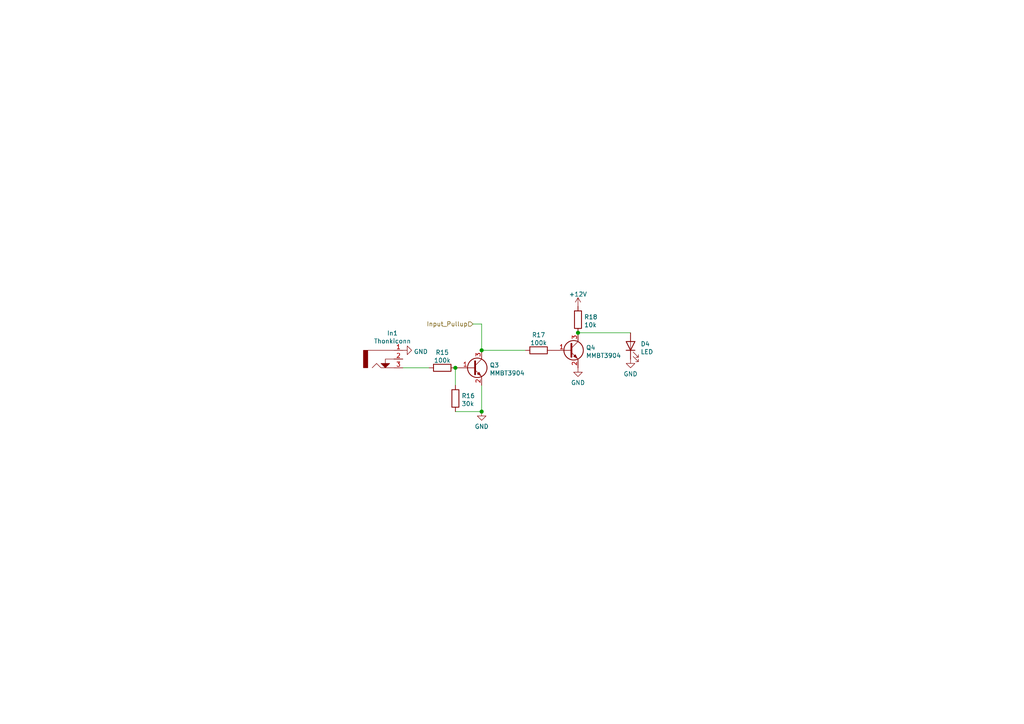
<source format=kicad_sch>
(kicad_sch (version 20210126) (generator eeschema)
  (paper "A4")
  (lib_symbols
    (symbol "Device:LED" (pin_numbers hide) (pin_names (offset 1.016) hide)
      (property "Reference" "D" (at 0 2.54 0))
      (property "Value" "LED" (at 0 -2.54 0))
      (symbol "LED_0_1"
        (polyline (pts (xy -1.27 -1.27) (xy -1.27 1.27)) (stroke (width 0.254)))
        (polyline (pts (xy -1.27 0) (xy 1.27 0)))
        (polyline (pts (xy 1.27 -1.27) (xy 1.27 1.27) (xy -1.27 0) (xy 1.27 -1.27)) (stroke (width 0.254)))
        (polyline (pts (xy -3.048 -0.762) (xy -4.572 -2.286) (xy -3.81 -2.286) (xy -4.572 -2.286) (xy -4.572 -1.524)))
        (polyline (pts (xy -1.778 -0.762) (xy -3.302 -2.286) (xy -2.54 -2.286) (xy -3.302 -2.286) (xy -3.302 -1.524)))
      )
      (symbol "LED_1_1"
        (pin passive line (at -3.81 0 0) (length 2.54) (name "K") (number "1"))
        (pin passive line (at 3.81 0 180) (length 2.54) (name "A") (number "2"))
      )
    )
    (symbol "Device:R" (pin_numbers hide) (pin_names (offset 0))
      (property "Reference" "R" (at 2.032 0 90))
      (property "Value" "R" (at 0 0 90))
      (symbol "R_0_1"
        (rectangle (start -1.016 -2.54) (end 1.016 2.54) (stroke (width 0.254)))
      )
      (symbol "R_1_1"
        (pin passive line (at 0 3.81 270) (length 1.27) (name "~") (number "1"))
        (pin passive line (at 0 -3.81 90) (length 1.27) (name "~") (number "2"))
      )
    )
    (symbol "Transistor_BJT:MMBT3904" (pin_names (offset 0) hide)
      (property "Reference" "Q" (at 5.08 1.905 0))
      (property "Value" "MMBT3904" (at 5.08 0 0))
      (symbol "MMBT3904_0_1"
        (circle (center 1.27 0) (radius 2.8194) (stroke (width 0.254)))
        (polyline (pts (xy 0.635 0.635) (xy 2.54 2.54)))
        (polyline (pts (xy 0.635 -0.635) (xy 2.54 -2.54) (xy 2.54 -2.54)))
        (polyline (pts (xy 0.635 1.905) (xy 0.635 -1.905) (xy 0.635 -1.905)) (stroke (width 0.508)))
        (polyline (pts (xy 1.27 -1.778) (xy 1.778 -1.27) (xy 2.286 -2.286) (xy 1.27 -1.778) (xy 1.27 -1.778)) (fill (type outline)))
      )
      (symbol "MMBT3904_1_1"
        (pin input line (at -5.08 0 0) (length 5.715) (name "B") (number "1"))
        (pin passive line (at 2.54 -5.08 90) (length 2.54) (name "E") (number "2"))
        (pin passive line (at 2.54 5.08 270) (length 2.54) (name "C") (number "3"))
      )
    )
    (symbol "nathans_symbols:Thonkiconn"
      (property "Reference" "U" (at -2.54 7.62 0))
      (property "Value" "Thonkiconn" (at -2.54 5.08 0))
      (symbol "Thonkiconn_0_1"
        (rectangle (start -11.43 2.54) (end -10.16 -2.54) (stroke (width 0.1524)) (fill (type outline)))
        (polyline (pts (xy -2.54 2.54) (xy -10.16 2.54)) (stroke (width 0.1524)))
        (polyline (pts (xy -2.54 0) (xy -5.08 0) (xy -5.08 -2.54)) (stroke (width 0.1524)))
        (polyline (pts (xy -2.54 -2.54) (xy -6.35 -2.54) (xy -7.62 -1.27) (xy -8.89 -2.54)) (stroke (width 0.1524)))
        (polyline (pts (xy -5.08 -2.54) (xy -6.35 -1.27) (xy -3.81 -1.27) (xy -5.08 -2.54)) (stroke (width 0.1524)) (fill (type outline)))
      )
      (symbol "Thonkiconn_1_1"
        (pin passive line (at 0 2.54 180) (length 2.54) (name "") (number "1"))
        (pin passive line (at 0 0 180) (length 2.54) (name "") (number "2"))
        (pin passive line (at 0 -2.54 180) (length 2.54) (name "") (number "3"))
      )
    )
    (symbol "power:+12V" (power) (pin_names (offset 0))
      (property "Value" "+12V" (at 0 3.556 0))
      (symbol "+12V_0_1"
        (polyline (pts (xy -0.762 1.27) (xy 0 2.54)))
        (polyline (pts (xy 0 0) (xy 0 2.54)))
        (polyline (pts (xy 0 2.54) (xy 0.762 1.27)))
      )
      (symbol "+12V_1_1"
        (pin power_in line (at 0 0 90) (length 0) hide (name "+12V") (number "1"))
      )
    )
    (symbol "power:GND" (power) (pin_names (offset 0))
      (property "Value" "GND" (at 0 -3.81 0))
      (symbol "GND_0_1"
        (polyline (pts (xy 0 0) (xy 0 -1.27) (xy 1.27 -1.27) (xy 0 -2.54) (xy -1.27 -1.27) (xy 0 -1.27)))
      )
      (symbol "GND_1_1"
        (pin power_in line (at 0 0 270) (length 0) hide (name "GND") (number "1"))
      )
    )
  )
  (junction (at 132.08 106.68) (diameter 1.016))
  (junction (at 139.7 101.6) (diameter 1.016))
  (junction (at 139.7 119.38) (diameter 1.016))
  (junction (at 167.64 96.52) (diameter 1.016))
  (wire (pts (xy 116.84 106.68) (xy 124.46 106.68)))
  (wire (pts (xy 132.08 111.76) (xy 132.08 106.68)))
  (wire (pts (xy 132.08 119.38) (xy 139.7 119.38)))
  (wire (pts (xy 137.16 93.98) (xy 139.7 93.98)))
  (wire (pts (xy 139.7 101.6) (xy 139.7 93.98)))
  (wire (pts (xy 139.7 101.6) (xy 152.4 101.6)))
  (wire (pts (xy 139.7 119.38) (xy 139.7 111.76)))
  (wire (pts (xy 182.88 96.52) (xy 167.64 96.52)))
  (hierarchical_label "Input_Pullup" (shape input) (at 137.16 93.98 180))
  (symbol (lib_id "power:+12V") (at 167.64 88.9 0)
    (property "Reference" "#PWR0126" (effects hide))
    (property "Value" "+12V" (at 167.64 85.3526 0))
  )
  (symbol (lib_id "power:GND") (at 116.84 101.6 90)
    (property "Reference" "#PWR0124" (effects hide))
    (property "Value" "GND" (at 120.0151 101.9885 90) (effects (justify right)))
  )
  (symbol (lib_id "power:GND") (at 139.7 119.38 0)
    (property "Reference" "#PWR0125" (effects hide))
    (property "Value" "GND" (at 139.7 123.7044 0))
  )
  (symbol (lib_id "power:GND") (at 167.64 106.68 0)
    (property "Reference" "#PWR0122" (effects hide))
    (property "Value" "GND" (at 167.64 111.0044 0))
  )
  (symbol (lib_id "power:GND") (at 182.88 104.14 0)
    (property "Reference" "#PWR0123" (effects hide))
    (property "Value" "GND" (at 182.88 108.4644 0))
  )
  (symbol (lib_id "Device:R") (at 128.27 106.68 270)
    (property "Reference" "R15" (at 128.27 102.2308 90))
    (property "Value" "100k" (at 128.27 104.5295 90))
    (property "Footprint" "Resistor_SMD:R_0805_2012MetricValue" (effects hide))
    (property "LCSC" "C17407" (effects hide))
  )
  (symbol (lib_id "Device:R") (at 132.08 115.57 180)
    (property "Reference" "R16" (at 133.8581 114.8091 0) (effects (justify right)))
    (property "Value" "30k" (at 133.8581 117.1078 0) (effects (justify right)))
    (property "Footprint" "Resistor_SMD:R_0805_2012MetricValue" (effects hide))
    (property "LCSC" "C17621" (effects hide))
  )
  (symbol (lib_id "Device:R") (at 156.21 101.6 270)
    (property "Reference" "R17" (at 156.21 97.1508 90))
    (property "Value" "100k" (at 156.21 99.4495 90))
    (property "Footprint" "Resistor_SMD:R_0805_2012MetricValue" (effects hide))
    (property "LCSC" "C17407" (effects hide))
  )
  (symbol (lib_id "Device:R") (at 167.64 92.71 180)
    (property "Reference" "R18" (at 169.4181 91.9491 0) (effects (justify right)))
    (property "Value" "10k" (at 169.4181 94.2478 0) (effects (justify right)))
    (property "Footprint" "Resistor_SMD:R_0805_2012MetricValue" (effects hide))
    (property "LCSC" "C17414" (effects hide))
  )
  (symbol (lib_id "Device:LED") (at 182.88 100.33 90)
    (property "Reference" "D4" (at 185.8011 99.7596 90) (effects (justify right)))
    (property "Value" "LED" (at 185.8011 102.0583 90) (effects (justify right)))
    (property "Footprint" "LED_THT:LED_D3.0mm" (effects hide))
  )
  (symbol (lib_id "nathans_symbols:Thonkiconn") (at 116.84 104.14 0)
    (property "Reference" "In1" (at 113.8174 96.6428 0))
    (property "Value" "Thonkiconn" (at 113.8174 98.9415 0))
    (property "Footprint" "kicad_libraries:Thonkiconn" (effects hide))
  )
  (symbol (lib_id "Transistor_BJT:MMBT3904") (at 137.16 106.68 0)
    (property "Reference" "Q3" (at 142.0115 105.9191 0) (effects (justify left)))
    (property "Value" "MMBT3904" (at 142.0115 108.2178 0) (effects (justify left)))
    (property "Footprint" "Package_TO_SOT_SMD:SOT-23Val" (effects hide))
    (property "Datasheet" "https://www.onsemi.com/pub/Collateral/2N3903-D.PDF" (effects hide))
    (property "LCSC" "MMBT3904" (effects hide))
  )
  (symbol (lib_id "Transistor_BJT:MMBT3904") (at 165.1 101.6 0)
    (property "Reference" "Q4" (at 169.9515 100.8391 0) (effects (justify left)))
    (property "Value" "MMBT3904" (at 169.9515 103.1378 0) (effects (justify left)))
    (property "Footprint" "Package_TO_SOT_SMD:SOT-23Val" (effects hide))
    (property "Datasheet" "https://www.onsemi.com/pub/Collateral/2N3903-D.PDF" (effects hide))
    (property "LCSC" "MMBT3904" (effects hide))
  )
)
</source>
